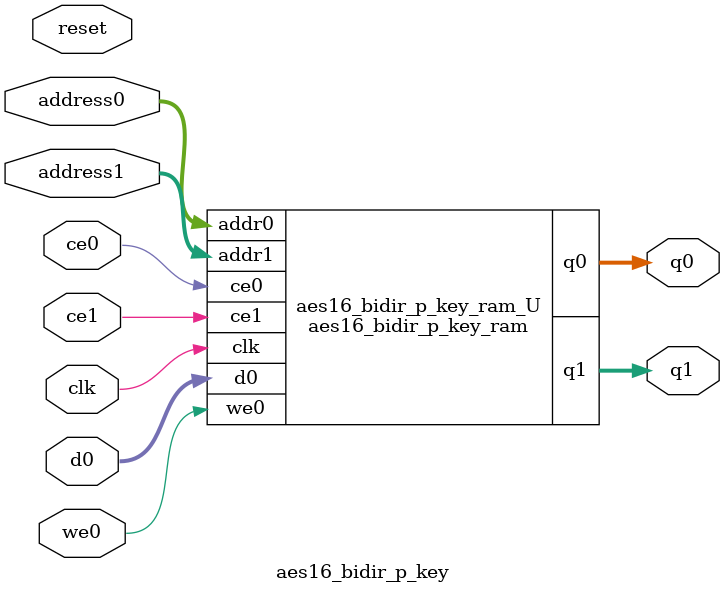
<source format=v>
`timescale 1 ns / 1 ps
module aes16_bidir_p_key_ram (addr0, ce0, d0, we0, q0, addr1, ce1, q1,  clk);

parameter DWIDTH = 8;
parameter AWIDTH = 4;
parameter MEM_SIZE = 16;

input[AWIDTH-1:0] addr0;
input ce0;
input[DWIDTH-1:0] d0;
input we0;
output reg[DWIDTH-1:0] q0;
input[AWIDTH-1:0] addr1;
input ce1;
output reg[DWIDTH-1:0] q1;
input clk;

(* ram_style = "distributed" *)reg [DWIDTH-1:0] ram[0:MEM_SIZE-1];




always @(posedge clk)  
begin 
    if (ce0) 
    begin
        if (we0) 
        begin 
            ram[addr0] <= d0; 
        end 
        q0 <= ram[addr0];
    end
end


always @(posedge clk)  
begin 
    if (ce1) 
    begin
        q1 <= ram[addr1];
    end
end


endmodule

`timescale 1 ns / 1 ps
module aes16_bidir_p_key(
    reset,
    clk,
    address0,
    ce0,
    we0,
    d0,
    q0,
    address1,
    ce1,
    q1);

parameter DataWidth = 32'd8;
parameter AddressRange = 32'd16;
parameter AddressWidth = 32'd4;
input reset;
input clk;
input[AddressWidth - 1:0] address0;
input ce0;
input we0;
input[DataWidth - 1:0] d0;
output[DataWidth - 1:0] q0;
input[AddressWidth - 1:0] address1;
input ce1;
output[DataWidth - 1:0] q1;



aes16_bidir_p_key_ram aes16_bidir_p_key_ram_U(
    .clk( clk ),
    .addr0( address0 ),
    .ce0( ce0 ),
    .we0( we0 ),
    .d0( d0 ),
    .q0( q0 ),
    .addr1( address1 ),
    .ce1( ce1 ),
    .q1( q1 ));

endmodule


</source>
